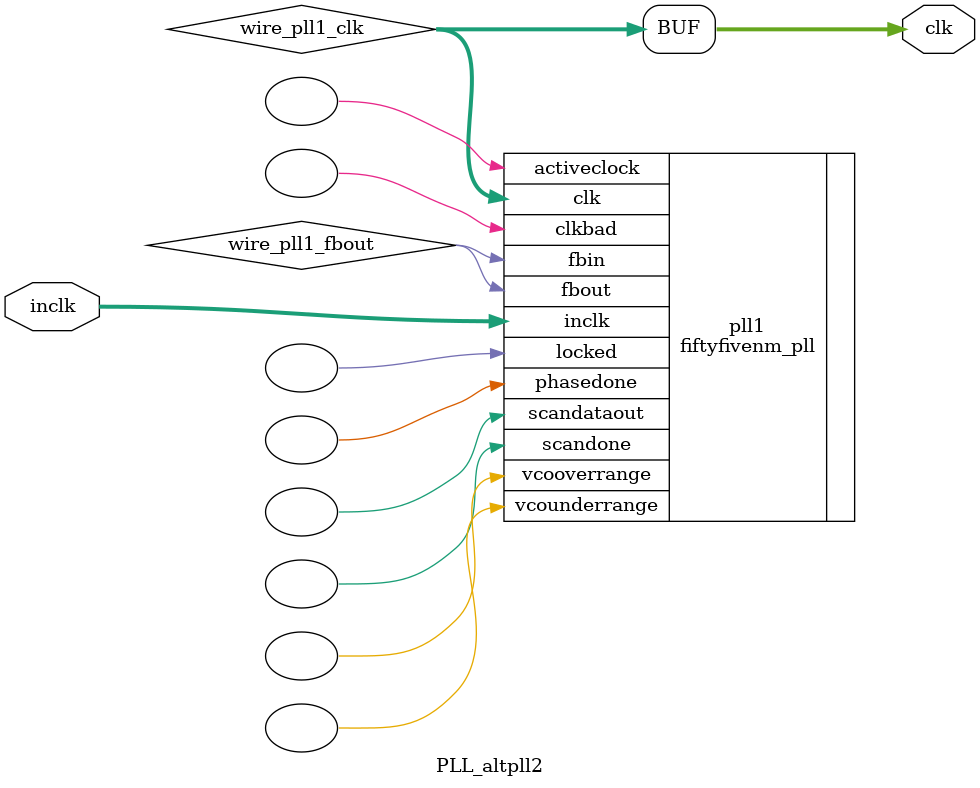
<source format=v>






//synthesis_resources = fiftyfivenm_pll 1 
//synopsys translate_off
`timescale 1 ps / 1 ps
//synopsys translate_on
module  PLL_altpll2
	( 
	clk,
	inclk) /* synthesis synthesis_clearbox=1 */;
	output   [4:0]  clk;
	input   [1:0]  inclk;
`ifndef ALTERA_RESERVED_QIS
// synopsys translate_off
`endif
	tri0   [1:0]  inclk;
`ifndef ALTERA_RESERVED_QIS
// synopsys translate_on
`endif

	wire  [4:0]   wire_pll1_clk;
	wire  wire_pll1_fbout;

	fiftyfivenm_pll   pll1
	( 
	.activeclock(),
	.clk(wire_pll1_clk),
	.clkbad(),
	.fbin(wire_pll1_fbout),
	.fbout(wire_pll1_fbout),
	.inclk(inclk),
	.locked(),
	.phasedone(),
	.scandataout(),
	.scandone(),
	.vcooverrange(),
	.vcounderrange()
	`ifndef FORMAL_VERIFICATION
	// synopsys translate_off
	`endif
	,
	.areset(1'b0),
	.clkswitch(1'b0),
	.configupdate(1'b0),
	.pfdena(1'b1),
	.phasecounterselect({3{1'b0}}),
	.phasestep(1'b0),
	.phaseupdown(1'b0),
	.scanclk(1'b0),
	.scanclkena(1'b1),
	.scandata(1'b0)
	`ifndef FORMAL_VERIFICATION
	// synopsys translate_on
	`endif
	);
	defparam
		pll1.bandwidth_type = "auto",
		pll1.clk0_divide_by = 6,
		pll1.clk0_duty_cycle = 50,
		pll1.clk0_multiply_by = 25,
		pll1.clk0_phase_shift = "0",
		pll1.clk1_divide_by = 3,
		pll1.clk1_duty_cycle = 50,
		pll1.clk1_multiply_by = 25,
		pll1.clk1_phase_shift = "0",
		pll1.clk3_divide_by = 1,
		pll1.clk3_duty_cycle = 50,
		pll1.clk3_multiply_by = 1,
		pll1.clk3_phase_shift = "0",
		pll1.compensate_clock = "clk0",
		pll1.inclk0_input_frequency = 83333,
		pll1.operation_mode = "normal",
		pll1.pll_type = "auto",
		pll1.lpm_type = "fiftyfivenm_pll";
	assign
		clk = {wire_pll1_clk[4:0]};
endmodule //PLL_altpll2
//VALID FILE

</source>
